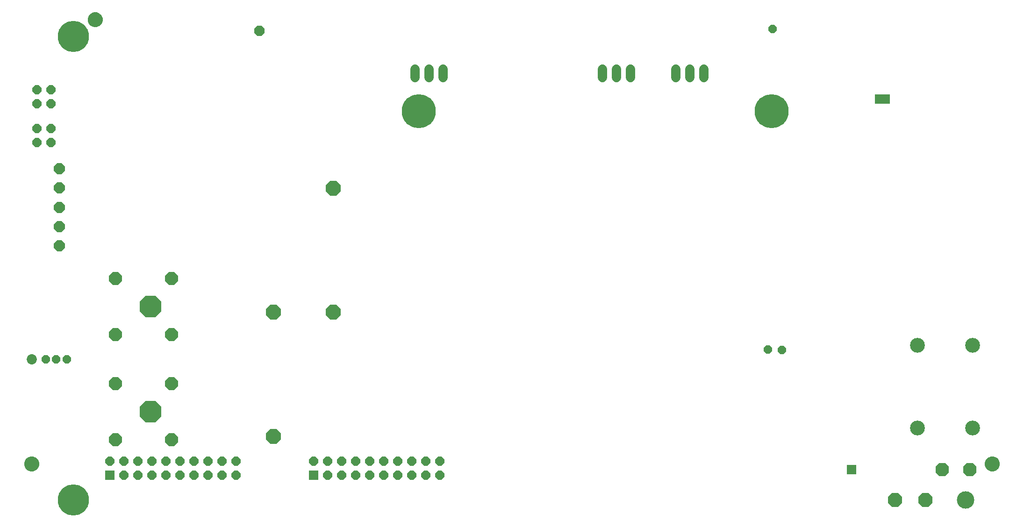
<source format=gbs>
G75*
%MOIN*%
%OFA0B0*%
%FSLAX25Y25*%
%IPPOS*%
%LPD*%
%AMOC8*
5,1,8,0,0,1.08239X$1,22.5*
%
%ADD10R,0.06500X0.06500*%
%ADD11R,0.10500X0.07000*%
%ADD12C,0.06600*%
%ADD13OC8,0.07687*%
%ADD14OC8,0.09200*%
%ADD15OC8,0.15600*%
%ADD16C,0.13198*%
%ADD17OC8,0.06506*%
%ADD18OC8,0.05915*%
%ADD19C,0.07293*%
%ADD20OC8,0.10600*%
%ADD21R,0.06506X0.06506*%
%ADD22OC8,0.10293*%
%ADD23C,0.12411*%
%ADD24C,0.00500*%
%ADD25OC8,0.09655*%
%ADD26C,0.10600*%
%ADD27OC8,0.07096*%
%ADD28C,0.24222*%
%ADD29C,0.22254*%
D10*
X0699093Y0202800D03*
D11*
X0721093Y0467050D03*
D12*
X0593843Y0482350D02*
X0593843Y0488350D01*
X0583843Y0488350D02*
X0583843Y0482350D01*
X0573843Y0482350D02*
X0573843Y0488350D01*
X0541343Y0488350D02*
X0541343Y0482350D01*
X0531343Y0482350D02*
X0531343Y0488350D01*
X0521343Y0488350D02*
X0521343Y0482350D01*
X0407593Y0482350D02*
X0407593Y0488350D01*
X0397593Y0488350D02*
X0397593Y0482350D01*
X0387593Y0482350D02*
X0387593Y0488350D01*
D13*
X0134058Y0417424D03*
X0134058Y0403644D03*
X0134058Y0389865D03*
X0134058Y0376085D03*
X0134058Y0362306D03*
D14*
X0173979Y0339196D03*
X0213979Y0339196D03*
X0213979Y0299196D03*
X0173979Y0299196D03*
X0173979Y0264196D03*
X0213979Y0264196D03*
X0213979Y0224196D03*
X0173979Y0224196D03*
D15*
X0199018Y0244196D03*
X0199018Y0319196D03*
D16*
X0143900Y0181204D03*
X0143900Y0511912D03*
D17*
X0128034Y0473605D03*
X0118034Y0473605D03*
X0118034Y0463605D03*
X0128034Y0463605D03*
X0128034Y0446046D03*
X0118034Y0446046D03*
X0118034Y0436046D03*
X0128034Y0436046D03*
X0170042Y0208763D03*
X0180042Y0208763D03*
X0190042Y0208763D03*
X0200042Y0208763D03*
X0210042Y0208763D03*
X0220042Y0208763D03*
X0230042Y0208763D03*
X0240042Y0208763D03*
X0250042Y0208763D03*
X0260042Y0208763D03*
X0260042Y0198763D03*
X0250042Y0198763D03*
X0240042Y0198763D03*
X0230042Y0198763D03*
X0220042Y0198763D03*
X0210042Y0198763D03*
X0200042Y0198763D03*
X0190042Y0198763D03*
X0180042Y0198763D03*
X0315239Y0208763D03*
X0325239Y0208763D03*
X0335239Y0208763D03*
X0345239Y0208763D03*
X0355239Y0208763D03*
X0365239Y0208763D03*
X0375239Y0208763D03*
X0385239Y0208763D03*
X0395239Y0208763D03*
X0405239Y0208763D03*
X0405239Y0198763D03*
X0395239Y0198763D03*
X0385239Y0198763D03*
X0375239Y0198763D03*
X0365239Y0198763D03*
X0355239Y0198763D03*
X0345239Y0198763D03*
X0335239Y0198763D03*
X0325239Y0198763D03*
D18*
X0139373Y0281597D03*
X0131873Y0281597D03*
X0124373Y0281597D03*
X0639343Y0288300D03*
X0649343Y0288050D03*
X0642843Y0517050D03*
D19*
X0114373Y0281597D03*
D20*
X0286593Y0315091D03*
X0329343Y0315009D03*
X0329343Y0403591D03*
X0286593Y0226509D03*
D21*
X0315239Y0198763D03*
X0170042Y0198763D03*
D22*
X0730168Y0181204D03*
X0751822Y0181204D03*
D23*
X0780562Y0181204D03*
D24*
X0796198Y0202964D02*
X0795582Y0203580D01*
X0795082Y0204294D01*
X0794714Y0205084D01*
X0794488Y0205926D01*
X0794412Y0206794D01*
X0794488Y0207662D01*
X0794714Y0208504D01*
X0795082Y0209294D01*
X0795582Y0210008D01*
X0796198Y0210624D01*
X0796912Y0211124D01*
X0797702Y0211493D01*
X0798544Y0211718D01*
X0799412Y0211794D01*
X0800280Y0211718D01*
X0801122Y0211493D01*
X0801912Y0211124D01*
X0802626Y0210624D01*
X0803242Y0210008D01*
X0803742Y0209294D01*
X0804111Y0208504D01*
X0804336Y0207662D01*
X0804412Y0206794D01*
X0804336Y0205926D01*
X0804111Y0205084D01*
X0803742Y0204294D01*
X0803242Y0203580D01*
X0802626Y0202964D01*
X0801912Y0202464D01*
X0801122Y0202096D01*
X0800280Y0201870D01*
X0799412Y0201794D01*
X0798544Y0201870D01*
X0797702Y0202096D01*
X0796912Y0202464D01*
X0796198Y0202964D01*
X0796260Y0202920D02*
X0802564Y0202920D01*
X0803081Y0203419D02*
X0795743Y0203419D01*
X0795346Y0203918D02*
X0803479Y0203918D01*
X0803799Y0204416D02*
X0795025Y0204416D01*
X0794793Y0204915D02*
X0804032Y0204915D01*
X0804199Y0205413D02*
X0794625Y0205413D01*
X0794492Y0205912D02*
X0804332Y0205912D01*
X0804378Y0206410D02*
X0794446Y0206410D01*
X0794422Y0206909D02*
X0804402Y0206909D01*
X0804358Y0207407D02*
X0794466Y0207407D01*
X0794553Y0207906D02*
X0804271Y0207906D01*
X0804137Y0208404D02*
X0794687Y0208404D01*
X0794899Y0208903D02*
X0803925Y0208903D01*
X0803667Y0209401D02*
X0795157Y0209401D01*
X0795506Y0209900D02*
X0803318Y0209900D01*
X0802852Y0210398D02*
X0795972Y0210398D01*
X0796587Y0210897D02*
X0802237Y0210897D01*
X0801331Y0211395D02*
X0797493Y0211395D01*
X0797002Y0202422D02*
X0801822Y0202422D01*
X0800480Y0201923D02*
X0798345Y0201923D01*
X0163978Y0521223D02*
X0163479Y0520509D01*
X0162862Y0519893D01*
X0162148Y0519393D01*
X0161358Y0519025D01*
X0160517Y0518799D01*
X0159648Y0518723D01*
X0158780Y0518799D01*
X0157938Y0519025D01*
X0157148Y0519393D01*
X0156434Y0519893D01*
X0155818Y0520509D01*
X0155318Y0521223D01*
X0154950Y0522013D01*
X0154724Y0522855D01*
X0154648Y0523723D01*
X0154724Y0524591D01*
X0154950Y0525433D01*
X0155318Y0526223D01*
X0155818Y0526937D01*
X0156434Y0527553D01*
X0157148Y0528053D01*
X0157938Y0528422D01*
X0158780Y0528647D01*
X0159648Y0528723D01*
X0160517Y0528647D01*
X0161358Y0528422D01*
X0162148Y0528053D01*
X0162862Y0527553D01*
X0163479Y0526937D01*
X0163978Y0526223D01*
X0164347Y0525433D01*
X0164572Y0524591D01*
X0164648Y0523723D01*
X0164572Y0522855D01*
X0164347Y0522013D01*
X0163978Y0521223D01*
X0164093Y0521469D02*
X0155203Y0521469D01*
X0154971Y0521968D02*
X0164326Y0521968D01*
X0164468Y0522466D02*
X0154828Y0522466D01*
X0154715Y0522965D02*
X0164582Y0522965D01*
X0164626Y0523463D02*
X0154671Y0523463D01*
X0154669Y0523962D02*
X0164627Y0523962D01*
X0164584Y0524460D02*
X0154713Y0524460D01*
X0154823Y0524959D02*
X0164474Y0524959D01*
X0164336Y0525457D02*
X0154961Y0525457D01*
X0155193Y0525956D02*
X0164103Y0525956D01*
X0163817Y0526454D02*
X0155480Y0526454D01*
X0155834Y0526953D02*
X0163463Y0526953D01*
X0162964Y0527451D02*
X0156332Y0527451D01*
X0157000Y0527950D02*
X0162296Y0527950D01*
X0161259Y0528448D02*
X0158038Y0528448D01*
X0155495Y0520971D02*
X0163802Y0520971D01*
X0163441Y0520472D02*
X0155855Y0520472D01*
X0156354Y0519974D02*
X0162943Y0519974D01*
X0162266Y0519475D02*
X0157031Y0519475D01*
X0158118Y0518977D02*
X0161179Y0518977D01*
X0115241Y0211718D02*
X0116083Y0211493D01*
X0116873Y0211124D01*
X0117587Y0210624D01*
X0118203Y0210008D01*
X0118703Y0209294D01*
X0119071Y0208504D01*
X0119297Y0207662D01*
X0119373Y0206794D01*
X0119297Y0205926D01*
X0119071Y0205084D01*
X0118703Y0204294D01*
X0118203Y0203580D01*
X0117587Y0202964D01*
X0116873Y0202464D01*
X0116083Y0202096D01*
X0115241Y0201870D01*
X0114373Y0201794D01*
X0113504Y0201870D01*
X0112663Y0202096D01*
X0111873Y0202464D01*
X0111159Y0202964D01*
X0110542Y0203580D01*
X0110043Y0204294D01*
X0109674Y0205084D01*
X0109449Y0205926D01*
X0109373Y0206794D01*
X0109449Y0207662D01*
X0109674Y0208504D01*
X0110043Y0209294D01*
X0110542Y0210008D01*
X0111159Y0210624D01*
X0111873Y0211124D01*
X0112663Y0211493D01*
X0113504Y0211718D01*
X0114373Y0211794D01*
X0115241Y0211718D01*
X0116292Y0211395D02*
X0112454Y0211395D01*
X0111548Y0210897D02*
X0117198Y0210897D01*
X0117813Y0210398D02*
X0110933Y0210398D01*
X0110467Y0209900D02*
X0118279Y0209900D01*
X0118628Y0209401D02*
X0110118Y0209401D01*
X0109860Y0208903D02*
X0118885Y0208903D01*
X0119098Y0208404D02*
X0109647Y0208404D01*
X0109514Y0207906D02*
X0119232Y0207906D01*
X0119319Y0207407D02*
X0109426Y0207407D01*
X0109383Y0206909D02*
X0119363Y0206909D01*
X0119339Y0206410D02*
X0109406Y0206410D01*
X0109452Y0205912D02*
X0119293Y0205912D01*
X0119159Y0205413D02*
X0109586Y0205413D01*
X0109753Y0204915D02*
X0118992Y0204915D01*
X0118760Y0204416D02*
X0109986Y0204416D01*
X0110306Y0203918D02*
X0118439Y0203918D01*
X0118042Y0203419D02*
X0110704Y0203419D01*
X0111221Y0202920D02*
X0117525Y0202920D01*
X0116783Y0202422D02*
X0111963Y0202422D01*
X0113305Y0201923D02*
X0115440Y0201923D01*
D25*
X0763664Y0202857D03*
X0783349Y0202857D03*
D26*
X0785278Y0232522D03*
X0745908Y0232522D03*
X0745908Y0291578D03*
X0785278Y0291578D03*
D27*
X0276593Y0515800D03*
D28*
X0390255Y0458552D03*
X0642223Y0458552D03*
D29*
X0143900Y0181204D03*
X0143900Y0511912D03*
M02*

</source>
